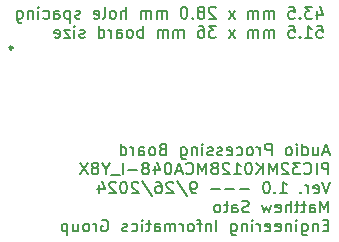
<source format=gbr>
%TF.GenerationSoftware,KiCad,Pcbnew,7.0.6*%
%TF.CreationDate,2024-09-27T11:16:29-07:00*%
%TF.ProjectId,MCU_DSP,4d43555f-4453-4502-9e6b-696361645f70,rev?*%
%TF.SameCoordinates,Original*%
%TF.FileFunction,Legend,Bot*%
%TF.FilePolarity,Positive*%
%FSLAX46Y46*%
G04 Gerber Fmt 4.6, Leading zero omitted, Abs format (unit mm)*
G04 Created by KiCad (PCBNEW 7.0.6) date 2024-09-27 11:16:29*
%MOMM*%
%LPD*%
G01*
G04 APERTURE LIST*
%ADD10C,0.150000*%
%ADD11C,0.254000*%
G04 APERTURE END LIST*
D10*
X219334649Y-138993152D02*
X219334649Y-139659819D01*
X219572744Y-138612200D02*
X219810839Y-139326485D01*
X219810839Y-139326485D02*
X219191792Y-139326485D01*
X218906077Y-138659819D02*
X218287030Y-138659819D01*
X218287030Y-138659819D02*
X218620363Y-139040771D01*
X218620363Y-139040771D02*
X218477506Y-139040771D01*
X218477506Y-139040771D02*
X218382268Y-139088390D01*
X218382268Y-139088390D02*
X218334649Y-139136009D01*
X218334649Y-139136009D02*
X218287030Y-139231247D01*
X218287030Y-139231247D02*
X218287030Y-139469342D01*
X218287030Y-139469342D02*
X218334649Y-139564580D01*
X218334649Y-139564580D02*
X218382268Y-139612200D01*
X218382268Y-139612200D02*
X218477506Y-139659819D01*
X218477506Y-139659819D02*
X218763220Y-139659819D01*
X218763220Y-139659819D02*
X218858458Y-139612200D01*
X218858458Y-139612200D02*
X218906077Y-139564580D01*
X217858458Y-139564580D02*
X217810839Y-139612200D01*
X217810839Y-139612200D02*
X217858458Y-139659819D01*
X217858458Y-139659819D02*
X217906077Y-139612200D01*
X217906077Y-139612200D02*
X217858458Y-139564580D01*
X217858458Y-139564580D02*
X217858458Y-139659819D01*
X216906078Y-138659819D02*
X217382268Y-138659819D01*
X217382268Y-138659819D02*
X217429887Y-139136009D01*
X217429887Y-139136009D02*
X217382268Y-139088390D01*
X217382268Y-139088390D02*
X217287030Y-139040771D01*
X217287030Y-139040771D02*
X217048935Y-139040771D01*
X217048935Y-139040771D02*
X216953697Y-139088390D01*
X216953697Y-139088390D02*
X216906078Y-139136009D01*
X216906078Y-139136009D02*
X216858459Y-139231247D01*
X216858459Y-139231247D02*
X216858459Y-139469342D01*
X216858459Y-139469342D02*
X216906078Y-139564580D01*
X216906078Y-139564580D02*
X216953697Y-139612200D01*
X216953697Y-139612200D02*
X217048935Y-139659819D01*
X217048935Y-139659819D02*
X217287030Y-139659819D01*
X217287030Y-139659819D02*
X217382268Y-139612200D01*
X217382268Y-139612200D02*
X217429887Y-139564580D01*
X215667982Y-139659819D02*
X215667982Y-138993152D01*
X215667982Y-139088390D02*
X215620363Y-139040771D01*
X215620363Y-139040771D02*
X215525125Y-138993152D01*
X215525125Y-138993152D02*
X215382268Y-138993152D01*
X215382268Y-138993152D02*
X215287030Y-139040771D01*
X215287030Y-139040771D02*
X215239411Y-139136009D01*
X215239411Y-139136009D02*
X215239411Y-139659819D01*
X215239411Y-139136009D02*
X215191792Y-139040771D01*
X215191792Y-139040771D02*
X215096554Y-138993152D01*
X215096554Y-138993152D02*
X214953697Y-138993152D01*
X214953697Y-138993152D02*
X214858458Y-139040771D01*
X214858458Y-139040771D02*
X214810839Y-139136009D01*
X214810839Y-139136009D02*
X214810839Y-139659819D01*
X214334649Y-139659819D02*
X214334649Y-138993152D01*
X214334649Y-139088390D02*
X214287030Y-139040771D01*
X214287030Y-139040771D02*
X214191792Y-138993152D01*
X214191792Y-138993152D02*
X214048935Y-138993152D01*
X214048935Y-138993152D02*
X213953697Y-139040771D01*
X213953697Y-139040771D02*
X213906078Y-139136009D01*
X213906078Y-139136009D02*
X213906078Y-139659819D01*
X213906078Y-139136009D02*
X213858459Y-139040771D01*
X213858459Y-139040771D02*
X213763221Y-138993152D01*
X213763221Y-138993152D02*
X213620364Y-138993152D01*
X213620364Y-138993152D02*
X213525125Y-139040771D01*
X213525125Y-139040771D02*
X213477506Y-139136009D01*
X213477506Y-139136009D02*
X213477506Y-139659819D01*
X212334649Y-139659819D02*
X211810840Y-138993152D01*
X212334649Y-138993152D02*
X211810840Y-139659819D01*
X210715601Y-138755057D02*
X210667982Y-138707438D01*
X210667982Y-138707438D02*
X210572744Y-138659819D01*
X210572744Y-138659819D02*
X210334649Y-138659819D01*
X210334649Y-138659819D02*
X210239411Y-138707438D01*
X210239411Y-138707438D02*
X210191792Y-138755057D01*
X210191792Y-138755057D02*
X210144173Y-138850295D01*
X210144173Y-138850295D02*
X210144173Y-138945533D01*
X210144173Y-138945533D02*
X210191792Y-139088390D01*
X210191792Y-139088390D02*
X210763220Y-139659819D01*
X210763220Y-139659819D02*
X210144173Y-139659819D01*
X209572744Y-139088390D02*
X209667982Y-139040771D01*
X209667982Y-139040771D02*
X209715601Y-138993152D01*
X209715601Y-138993152D02*
X209763220Y-138897914D01*
X209763220Y-138897914D02*
X209763220Y-138850295D01*
X209763220Y-138850295D02*
X209715601Y-138755057D01*
X209715601Y-138755057D02*
X209667982Y-138707438D01*
X209667982Y-138707438D02*
X209572744Y-138659819D01*
X209572744Y-138659819D02*
X209382268Y-138659819D01*
X209382268Y-138659819D02*
X209287030Y-138707438D01*
X209287030Y-138707438D02*
X209239411Y-138755057D01*
X209239411Y-138755057D02*
X209191792Y-138850295D01*
X209191792Y-138850295D02*
X209191792Y-138897914D01*
X209191792Y-138897914D02*
X209239411Y-138993152D01*
X209239411Y-138993152D02*
X209287030Y-139040771D01*
X209287030Y-139040771D02*
X209382268Y-139088390D01*
X209382268Y-139088390D02*
X209572744Y-139088390D01*
X209572744Y-139088390D02*
X209667982Y-139136009D01*
X209667982Y-139136009D02*
X209715601Y-139183628D01*
X209715601Y-139183628D02*
X209763220Y-139278866D01*
X209763220Y-139278866D02*
X209763220Y-139469342D01*
X209763220Y-139469342D02*
X209715601Y-139564580D01*
X209715601Y-139564580D02*
X209667982Y-139612200D01*
X209667982Y-139612200D02*
X209572744Y-139659819D01*
X209572744Y-139659819D02*
X209382268Y-139659819D01*
X209382268Y-139659819D02*
X209287030Y-139612200D01*
X209287030Y-139612200D02*
X209239411Y-139564580D01*
X209239411Y-139564580D02*
X209191792Y-139469342D01*
X209191792Y-139469342D02*
X209191792Y-139278866D01*
X209191792Y-139278866D02*
X209239411Y-139183628D01*
X209239411Y-139183628D02*
X209287030Y-139136009D01*
X209287030Y-139136009D02*
X209382268Y-139088390D01*
X208763220Y-139564580D02*
X208715601Y-139612200D01*
X208715601Y-139612200D02*
X208763220Y-139659819D01*
X208763220Y-139659819D02*
X208810839Y-139612200D01*
X208810839Y-139612200D02*
X208763220Y-139564580D01*
X208763220Y-139564580D02*
X208763220Y-139659819D01*
X208096554Y-138659819D02*
X208001316Y-138659819D01*
X208001316Y-138659819D02*
X207906078Y-138707438D01*
X207906078Y-138707438D02*
X207858459Y-138755057D01*
X207858459Y-138755057D02*
X207810840Y-138850295D01*
X207810840Y-138850295D02*
X207763221Y-139040771D01*
X207763221Y-139040771D02*
X207763221Y-139278866D01*
X207763221Y-139278866D02*
X207810840Y-139469342D01*
X207810840Y-139469342D02*
X207858459Y-139564580D01*
X207858459Y-139564580D02*
X207906078Y-139612200D01*
X207906078Y-139612200D02*
X208001316Y-139659819D01*
X208001316Y-139659819D02*
X208096554Y-139659819D01*
X208096554Y-139659819D02*
X208191792Y-139612200D01*
X208191792Y-139612200D02*
X208239411Y-139564580D01*
X208239411Y-139564580D02*
X208287030Y-139469342D01*
X208287030Y-139469342D02*
X208334649Y-139278866D01*
X208334649Y-139278866D02*
X208334649Y-139040771D01*
X208334649Y-139040771D02*
X208287030Y-138850295D01*
X208287030Y-138850295D02*
X208239411Y-138755057D01*
X208239411Y-138755057D02*
X208191792Y-138707438D01*
X208191792Y-138707438D02*
X208096554Y-138659819D01*
X206572744Y-139659819D02*
X206572744Y-138993152D01*
X206572744Y-139088390D02*
X206525125Y-139040771D01*
X206525125Y-139040771D02*
X206429887Y-138993152D01*
X206429887Y-138993152D02*
X206287030Y-138993152D01*
X206287030Y-138993152D02*
X206191792Y-139040771D01*
X206191792Y-139040771D02*
X206144173Y-139136009D01*
X206144173Y-139136009D02*
X206144173Y-139659819D01*
X206144173Y-139136009D02*
X206096554Y-139040771D01*
X206096554Y-139040771D02*
X206001316Y-138993152D01*
X206001316Y-138993152D02*
X205858459Y-138993152D01*
X205858459Y-138993152D02*
X205763220Y-139040771D01*
X205763220Y-139040771D02*
X205715601Y-139136009D01*
X205715601Y-139136009D02*
X205715601Y-139659819D01*
X205239411Y-139659819D02*
X205239411Y-138993152D01*
X205239411Y-139088390D02*
X205191792Y-139040771D01*
X205191792Y-139040771D02*
X205096554Y-138993152D01*
X205096554Y-138993152D02*
X204953697Y-138993152D01*
X204953697Y-138993152D02*
X204858459Y-139040771D01*
X204858459Y-139040771D02*
X204810840Y-139136009D01*
X204810840Y-139136009D02*
X204810840Y-139659819D01*
X204810840Y-139136009D02*
X204763221Y-139040771D01*
X204763221Y-139040771D02*
X204667983Y-138993152D01*
X204667983Y-138993152D02*
X204525126Y-138993152D01*
X204525126Y-138993152D02*
X204429887Y-139040771D01*
X204429887Y-139040771D02*
X204382268Y-139136009D01*
X204382268Y-139136009D02*
X204382268Y-139659819D01*
X203144173Y-139659819D02*
X203144173Y-138659819D01*
X202715602Y-139659819D02*
X202715602Y-139136009D01*
X202715602Y-139136009D02*
X202763221Y-139040771D01*
X202763221Y-139040771D02*
X202858459Y-138993152D01*
X202858459Y-138993152D02*
X203001316Y-138993152D01*
X203001316Y-138993152D02*
X203096554Y-139040771D01*
X203096554Y-139040771D02*
X203144173Y-139088390D01*
X202096554Y-139659819D02*
X202191792Y-139612200D01*
X202191792Y-139612200D02*
X202239411Y-139564580D01*
X202239411Y-139564580D02*
X202287030Y-139469342D01*
X202287030Y-139469342D02*
X202287030Y-139183628D01*
X202287030Y-139183628D02*
X202239411Y-139088390D01*
X202239411Y-139088390D02*
X202191792Y-139040771D01*
X202191792Y-139040771D02*
X202096554Y-138993152D01*
X202096554Y-138993152D02*
X201953697Y-138993152D01*
X201953697Y-138993152D02*
X201858459Y-139040771D01*
X201858459Y-139040771D02*
X201810840Y-139088390D01*
X201810840Y-139088390D02*
X201763221Y-139183628D01*
X201763221Y-139183628D02*
X201763221Y-139469342D01*
X201763221Y-139469342D02*
X201810840Y-139564580D01*
X201810840Y-139564580D02*
X201858459Y-139612200D01*
X201858459Y-139612200D02*
X201953697Y-139659819D01*
X201953697Y-139659819D02*
X202096554Y-139659819D01*
X201191792Y-139659819D02*
X201287030Y-139612200D01*
X201287030Y-139612200D02*
X201334649Y-139516961D01*
X201334649Y-139516961D02*
X201334649Y-138659819D01*
X200429887Y-139612200D02*
X200525125Y-139659819D01*
X200525125Y-139659819D02*
X200715601Y-139659819D01*
X200715601Y-139659819D02*
X200810839Y-139612200D01*
X200810839Y-139612200D02*
X200858458Y-139516961D01*
X200858458Y-139516961D02*
X200858458Y-139136009D01*
X200858458Y-139136009D02*
X200810839Y-139040771D01*
X200810839Y-139040771D02*
X200715601Y-138993152D01*
X200715601Y-138993152D02*
X200525125Y-138993152D01*
X200525125Y-138993152D02*
X200429887Y-139040771D01*
X200429887Y-139040771D02*
X200382268Y-139136009D01*
X200382268Y-139136009D02*
X200382268Y-139231247D01*
X200382268Y-139231247D02*
X200858458Y-139326485D01*
X199239410Y-139612200D02*
X199144172Y-139659819D01*
X199144172Y-139659819D02*
X198953696Y-139659819D01*
X198953696Y-139659819D02*
X198858458Y-139612200D01*
X198858458Y-139612200D02*
X198810839Y-139516961D01*
X198810839Y-139516961D02*
X198810839Y-139469342D01*
X198810839Y-139469342D02*
X198858458Y-139374104D01*
X198858458Y-139374104D02*
X198953696Y-139326485D01*
X198953696Y-139326485D02*
X199096553Y-139326485D01*
X199096553Y-139326485D02*
X199191791Y-139278866D01*
X199191791Y-139278866D02*
X199239410Y-139183628D01*
X199239410Y-139183628D02*
X199239410Y-139136009D01*
X199239410Y-139136009D02*
X199191791Y-139040771D01*
X199191791Y-139040771D02*
X199096553Y-138993152D01*
X199096553Y-138993152D02*
X198953696Y-138993152D01*
X198953696Y-138993152D02*
X198858458Y-139040771D01*
X198382267Y-138993152D02*
X198382267Y-139993152D01*
X198382267Y-139040771D02*
X198287029Y-138993152D01*
X198287029Y-138993152D02*
X198096553Y-138993152D01*
X198096553Y-138993152D02*
X198001315Y-139040771D01*
X198001315Y-139040771D02*
X197953696Y-139088390D01*
X197953696Y-139088390D02*
X197906077Y-139183628D01*
X197906077Y-139183628D02*
X197906077Y-139469342D01*
X197906077Y-139469342D02*
X197953696Y-139564580D01*
X197953696Y-139564580D02*
X198001315Y-139612200D01*
X198001315Y-139612200D02*
X198096553Y-139659819D01*
X198096553Y-139659819D02*
X198287029Y-139659819D01*
X198287029Y-139659819D02*
X198382267Y-139612200D01*
X197048934Y-139659819D02*
X197048934Y-139136009D01*
X197048934Y-139136009D02*
X197096553Y-139040771D01*
X197096553Y-139040771D02*
X197191791Y-138993152D01*
X197191791Y-138993152D02*
X197382267Y-138993152D01*
X197382267Y-138993152D02*
X197477505Y-139040771D01*
X197048934Y-139612200D02*
X197144172Y-139659819D01*
X197144172Y-139659819D02*
X197382267Y-139659819D01*
X197382267Y-139659819D02*
X197477505Y-139612200D01*
X197477505Y-139612200D02*
X197525124Y-139516961D01*
X197525124Y-139516961D02*
X197525124Y-139421723D01*
X197525124Y-139421723D02*
X197477505Y-139326485D01*
X197477505Y-139326485D02*
X197382267Y-139278866D01*
X197382267Y-139278866D02*
X197144172Y-139278866D01*
X197144172Y-139278866D02*
X197048934Y-139231247D01*
X196144172Y-139612200D02*
X196239410Y-139659819D01*
X196239410Y-139659819D02*
X196429886Y-139659819D01*
X196429886Y-139659819D02*
X196525124Y-139612200D01*
X196525124Y-139612200D02*
X196572743Y-139564580D01*
X196572743Y-139564580D02*
X196620362Y-139469342D01*
X196620362Y-139469342D02*
X196620362Y-139183628D01*
X196620362Y-139183628D02*
X196572743Y-139088390D01*
X196572743Y-139088390D02*
X196525124Y-139040771D01*
X196525124Y-139040771D02*
X196429886Y-138993152D01*
X196429886Y-138993152D02*
X196239410Y-138993152D01*
X196239410Y-138993152D02*
X196144172Y-139040771D01*
X195715600Y-139659819D02*
X195715600Y-138993152D01*
X195715600Y-138659819D02*
X195763219Y-138707438D01*
X195763219Y-138707438D02*
X195715600Y-138755057D01*
X195715600Y-138755057D02*
X195667981Y-138707438D01*
X195667981Y-138707438D02*
X195715600Y-138659819D01*
X195715600Y-138659819D02*
X195715600Y-138755057D01*
X195239410Y-138993152D02*
X195239410Y-139659819D01*
X195239410Y-139088390D02*
X195191791Y-139040771D01*
X195191791Y-139040771D02*
X195096553Y-138993152D01*
X195096553Y-138993152D02*
X194953696Y-138993152D01*
X194953696Y-138993152D02*
X194858458Y-139040771D01*
X194858458Y-139040771D02*
X194810839Y-139136009D01*
X194810839Y-139136009D02*
X194810839Y-139659819D01*
X193906077Y-138993152D02*
X193906077Y-139802676D01*
X193906077Y-139802676D02*
X193953696Y-139897914D01*
X193953696Y-139897914D02*
X194001315Y-139945533D01*
X194001315Y-139945533D02*
X194096553Y-139993152D01*
X194096553Y-139993152D02*
X194239410Y-139993152D01*
X194239410Y-139993152D02*
X194334648Y-139945533D01*
X193906077Y-139612200D02*
X194001315Y-139659819D01*
X194001315Y-139659819D02*
X194191791Y-139659819D01*
X194191791Y-139659819D02*
X194287029Y-139612200D01*
X194287029Y-139612200D02*
X194334648Y-139564580D01*
X194334648Y-139564580D02*
X194382267Y-139469342D01*
X194382267Y-139469342D02*
X194382267Y-139183628D01*
X194382267Y-139183628D02*
X194334648Y-139088390D01*
X194334648Y-139088390D02*
X194287029Y-139040771D01*
X194287029Y-139040771D02*
X194191791Y-138993152D01*
X194191791Y-138993152D02*
X194001315Y-138993152D01*
X194001315Y-138993152D02*
X193906077Y-139040771D01*
X219287030Y-140269819D02*
X219763220Y-140269819D01*
X219763220Y-140269819D02*
X219810839Y-140746009D01*
X219810839Y-140746009D02*
X219763220Y-140698390D01*
X219763220Y-140698390D02*
X219667982Y-140650771D01*
X219667982Y-140650771D02*
X219429887Y-140650771D01*
X219429887Y-140650771D02*
X219334649Y-140698390D01*
X219334649Y-140698390D02*
X219287030Y-140746009D01*
X219287030Y-140746009D02*
X219239411Y-140841247D01*
X219239411Y-140841247D02*
X219239411Y-141079342D01*
X219239411Y-141079342D02*
X219287030Y-141174580D01*
X219287030Y-141174580D02*
X219334649Y-141222200D01*
X219334649Y-141222200D02*
X219429887Y-141269819D01*
X219429887Y-141269819D02*
X219667982Y-141269819D01*
X219667982Y-141269819D02*
X219763220Y-141222200D01*
X219763220Y-141222200D02*
X219810839Y-141174580D01*
X218287030Y-141269819D02*
X218858458Y-141269819D01*
X218572744Y-141269819D02*
X218572744Y-140269819D01*
X218572744Y-140269819D02*
X218667982Y-140412676D01*
X218667982Y-140412676D02*
X218763220Y-140507914D01*
X218763220Y-140507914D02*
X218858458Y-140555533D01*
X217858458Y-141174580D02*
X217810839Y-141222200D01*
X217810839Y-141222200D02*
X217858458Y-141269819D01*
X217858458Y-141269819D02*
X217906077Y-141222200D01*
X217906077Y-141222200D02*
X217858458Y-141174580D01*
X217858458Y-141174580D02*
X217858458Y-141269819D01*
X216906078Y-140269819D02*
X217382268Y-140269819D01*
X217382268Y-140269819D02*
X217429887Y-140746009D01*
X217429887Y-140746009D02*
X217382268Y-140698390D01*
X217382268Y-140698390D02*
X217287030Y-140650771D01*
X217287030Y-140650771D02*
X217048935Y-140650771D01*
X217048935Y-140650771D02*
X216953697Y-140698390D01*
X216953697Y-140698390D02*
X216906078Y-140746009D01*
X216906078Y-140746009D02*
X216858459Y-140841247D01*
X216858459Y-140841247D02*
X216858459Y-141079342D01*
X216858459Y-141079342D02*
X216906078Y-141174580D01*
X216906078Y-141174580D02*
X216953697Y-141222200D01*
X216953697Y-141222200D02*
X217048935Y-141269819D01*
X217048935Y-141269819D02*
X217287030Y-141269819D01*
X217287030Y-141269819D02*
X217382268Y-141222200D01*
X217382268Y-141222200D02*
X217429887Y-141174580D01*
X215667982Y-141269819D02*
X215667982Y-140603152D01*
X215667982Y-140698390D02*
X215620363Y-140650771D01*
X215620363Y-140650771D02*
X215525125Y-140603152D01*
X215525125Y-140603152D02*
X215382268Y-140603152D01*
X215382268Y-140603152D02*
X215287030Y-140650771D01*
X215287030Y-140650771D02*
X215239411Y-140746009D01*
X215239411Y-140746009D02*
X215239411Y-141269819D01*
X215239411Y-140746009D02*
X215191792Y-140650771D01*
X215191792Y-140650771D02*
X215096554Y-140603152D01*
X215096554Y-140603152D02*
X214953697Y-140603152D01*
X214953697Y-140603152D02*
X214858458Y-140650771D01*
X214858458Y-140650771D02*
X214810839Y-140746009D01*
X214810839Y-140746009D02*
X214810839Y-141269819D01*
X214334649Y-141269819D02*
X214334649Y-140603152D01*
X214334649Y-140698390D02*
X214287030Y-140650771D01*
X214287030Y-140650771D02*
X214191792Y-140603152D01*
X214191792Y-140603152D02*
X214048935Y-140603152D01*
X214048935Y-140603152D02*
X213953697Y-140650771D01*
X213953697Y-140650771D02*
X213906078Y-140746009D01*
X213906078Y-140746009D02*
X213906078Y-141269819D01*
X213906078Y-140746009D02*
X213858459Y-140650771D01*
X213858459Y-140650771D02*
X213763221Y-140603152D01*
X213763221Y-140603152D02*
X213620364Y-140603152D01*
X213620364Y-140603152D02*
X213525125Y-140650771D01*
X213525125Y-140650771D02*
X213477506Y-140746009D01*
X213477506Y-140746009D02*
X213477506Y-141269819D01*
X212334649Y-141269819D02*
X211810840Y-140603152D01*
X212334649Y-140603152D02*
X211810840Y-141269819D01*
X210763220Y-140269819D02*
X210144173Y-140269819D01*
X210144173Y-140269819D02*
X210477506Y-140650771D01*
X210477506Y-140650771D02*
X210334649Y-140650771D01*
X210334649Y-140650771D02*
X210239411Y-140698390D01*
X210239411Y-140698390D02*
X210191792Y-140746009D01*
X210191792Y-140746009D02*
X210144173Y-140841247D01*
X210144173Y-140841247D02*
X210144173Y-141079342D01*
X210144173Y-141079342D02*
X210191792Y-141174580D01*
X210191792Y-141174580D02*
X210239411Y-141222200D01*
X210239411Y-141222200D02*
X210334649Y-141269819D01*
X210334649Y-141269819D02*
X210620363Y-141269819D01*
X210620363Y-141269819D02*
X210715601Y-141222200D01*
X210715601Y-141222200D02*
X210763220Y-141174580D01*
X209287030Y-140269819D02*
X209477506Y-140269819D01*
X209477506Y-140269819D02*
X209572744Y-140317438D01*
X209572744Y-140317438D02*
X209620363Y-140365057D01*
X209620363Y-140365057D02*
X209715601Y-140507914D01*
X209715601Y-140507914D02*
X209763220Y-140698390D01*
X209763220Y-140698390D02*
X209763220Y-141079342D01*
X209763220Y-141079342D02*
X209715601Y-141174580D01*
X209715601Y-141174580D02*
X209667982Y-141222200D01*
X209667982Y-141222200D02*
X209572744Y-141269819D01*
X209572744Y-141269819D02*
X209382268Y-141269819D01*
X209382268Y-141269819D02*
X209287030Y-141222200D01*
X209287030Y-141222200D02*
X209239411Y-141174580D01*
X209239411Y-141174580D02*
X209191792Y-141079342D01*
X209191792Y-141079342D02*
X209191792Y-140841247D01*
X209191792Y-140841247D02*
X209239411Y-140746009D01*
X209239411Y-140746009D02*
X209287030Y-140698390D01*
X209287030Y-140698390D02*
X209382268Y-140650771D01*
X209382268Y-140650771D02*
X209572744Y-140650771D01*
X209572744Y-140650771D02*
X209667982Y-140698390D01*
X209667982Y-140698390D02*
X209715601Y-140746009D01*
X209715601Y-140746009D02*
X209763220Y-140841247D01*
X208001315Y-141269819D02*
X208001315Y-140603152D01*
X208001315Y-140698390D02*
X207953696Y-140650771D01*
X207953696Y-140650771D02*
X207858458Y-140603152D01*
X207858458Y-140603152D02*
X207715601Y-140603152D01*
X207715601Y-140603152D02*
X207620363Y-140650771D01*
X207620363Y-140650771D02*
X207572744Y-140746009D01*
X207572744Y-140746009D02*
X207572744Y-141269819D01*
X207572744Y-140746009D02*
X207525125Y-140650771D01*
X207525125Y-140650771D02*
X207429887Y-140603152D01*
X207429887Y-140603152D02*
X207287030Y-140603152D01*
X207287030Y-140603152D02*
X207191791Y-140650771D01*
X207191791Y-140650771D02*
X207144172Y-140746009D01*
X207144172Y-140746009D02*
X207144172Y-141269819D01*
X206667982Y-141269819D02*
X206667982Y-140603152D01*
X206667982Y-140698390D02*
X206620363Y-140650771D01*
X206620363Y-140650771D02*
X206525125Y-140603152D01*
X206525125Y-140603152D02*
X206382268Y-140603152D01*
X206382268Y-140603152D02*
X206287030Y-140650771D01*
X206287030Y-140650771D02*
X206239411Y-140746009D01*
X206239411Y-140746009D02*
X206239411Y-141269819D01*
X206239411Y-140746009D02*
X206191792Y-140650771D01*
X206191792Y-140650771D02*
X206096554Y-140603152D01*
X206096554Y-140603152D02*
X205953697Y-140603152D01*
X205953697Y-140603152D02*
X205858458Y-140650771D01*
X205858458Y-140650771D02*
X205810839Y-140746009D01*
X205810839Y-140746009D02*
X205810839Y-141269819D01*
X204572744Y-141269819D02*
X204572744Y-140269819D01*
X204572744Y-140650771D02*
X204477506Y-140603152D01*
X204477506Y-140603152D02*
X204287030Y-140603152D01*
X204287030Y-140603152D02*
X204191792Y-140650771D01*
X204191792Y-140650771D02*
X204144173Y-140698390D01*
X204144173Y-140698390D02*
X204096554Y-140793628D01*
X204096554Y-140793628D02*
X204096554Y-141079342D01*
X204096554Y-141079342D02*
X204144173Y-141174580D01*
X204144173Y-141174580D02*
X204191792Y-141222200D01*
X204191792Y-141222200D02*
X204287030Y-141269819D01*
X204287030Y-141269819D02*
X204477506Y-141269819D01*
X204477506Y-141269819D02*
X204572744Y-141222200D01*
X203525125Y-141269819D02*
X203620363Y-141222200D01*
X203620363Y-141222200D02*
X203667982Y-141174580D01*
X203667982Y-141174580D02*
X203715601Y-141079342D01*
X203715601Y-141079342D02*
X203715601Y-140793628D01*
X203715601Y-140793628D02*
X203667982Y-140698390D01*
X203667982Y-140698390D02*
X203620363Y-140650771D01*
X203620363Y-140650771D02*
X203525125Y-140603152D01*
X203525125Y-140603152D02*
X203382268Y-140603152D01*
X203382268Y-140603152D02*
X203287030Y-140650771D01*
X203287030Y-140650771D02*
X203239411Y-140698390D01*
X203239411Y-140698390D02*
X203191792Y-140793628D01*
X203191792Y-140793628D02*
X203191792Y-141079342D01*
X203191792Y-141079342D02*
X203239411Y-141174580D01*
X203239411Y-141174580D02*
X203287030Y-141222200D01*
X203287030Y-141222200D02*
X203382268Y-141269819D01*
X203382268Y-141269819D02*
X203525125Y-141269819D01*
X202334649Y-141269819D02*
X202334649Y-140746009D01*
X202334649Y-140746009D02*
X202382268Y-140650771D01*
X202382268Y-140650771D02*
X202477506Y-140603152D01*
X202477506Y-140603152D02*
X202667982Y-140603152D01*
X202667982Y-140603152D02*
X202763220Y-140650771D01*
X202334649Y-141222200D02*
X202429887Y-141269819D01*
X202429887Y-141269819D02*
X202667982Y-141269819D01*
X202667982Y-141269819D02*
X202763220Y-141222200D01*
X202763220Y-141222200D02*
X202810839Y-141126961D01*
X202810839Y-141126961D02*
X202810839Y-141031723D01*
X202810839Y-141031723D02*
X202763220Y-140936485D01*
X202763220Y-140936485D02*
X202667982Y-140888866D01*
X202667982Y-140888866D02*
X202429887Y-140888866D01*
X202429887Y-140888866D02*
X202334649Y-140841247D01*
X201858458Y-141269819D02*
X201858458Y-140603152D01*
X201858458Y-140793628D02*
X201810839Y-140698390D01*
X201810839Y-140698390D02*
X201763220Y-140650771D01*
X201763220Y-140650771D02*
X201667982Y-140603152D01*
X201667982Y-140603152D02*
X201572744Y-140603152D01*
X200810839Y-141269819D02*
X200810839Y-140269819D01*
X200810839Y-141222200D02*
X200906077Y-141269819D01*
X200906077Y-141269819D02*
X201096553Y-141269819D01*
X201096553Y-141269819D02*
X201191791Y-141222200D01*
X201191791Y-141222200D02*
X201239410Y-141174580D01*
X201239410Y-141174580D02*
X201287029Y-141079342D01*
X201287029Y-141079342D02*
X201287029Y-140793628D01*
X201287029Y-140793628D02*
X201239410Y-140698390D01*
X201239410Y-140698390D02*
X201191791Y-140650771D01*
X201191791Y-140650771D02*
X201096553Y-140603152D01*
X201096553Y-140603152D02*
X200906077Y-140603152D01*
X200906077Y-140603152D02*
X200810839Y-140650771D01*
X199620362Y-141222200D02*
X199525124Y-141269819D01*
X199525124Y-141269819D02*
X199334648Y-141269819D01*
X199334648Y-141269819D02*
X199239410Y-141222200D01*
X199239410Y-141222200D02*
X199191791Y-141126961D01*
X199191791Y-141126961D02*
X199191791Y-141079342D01*
X199191791Y-141079342D02*
X199239410Y-140984104D01*
X199239410Y-140984104D02*
X199334648Y-140936485D01*
X199334648Y-140936485D02*
X199477505Y-140936485D01*
X199477505Y-140936485D02*
X199572743Y-140888866D01*
X199572743Y-140888866D02*
X199620362Y-140793628D01*
X199620362Y-140793628D02*
X199620362Y-140746009D01*
X199620362Y-140746009D02*
X199572743Y-140650771D01*
X199572743Y-140650771D02*
X199477505Y-140603152D01*
X199477505Y-140603152D02*
X199334648Y-140603152D01*
X199334648Y-140603152D02*
X199239410Y-140650771D01*
X198763219Y-141269819D02*
X198763219Y-140603152D01*
X198763219Y-140269819D02*
X198810838Y-140317438D01*
X198810838Y-140317438D02*
X198763219Y-140365057D01*
X198763219Y-140365057D02*
X198715600Y-140317438D01*
X198715600Y-140317438D02*
X198763219Y-140269819D01*
X198763219Y-140269819D02*
X198763219Y-140365057D01*
X198382267Y-140603152D02*
X197858458Y-140603152D01*
X197858458Y-140603152D02*
X198382267Y-141269819D01*
X198382267Y-141269819D02*
X197858458Y-141269819D01*
X197096553Y-141222200D02*
X197191791Y-141269819D01*
X197191791Y-141269819D02*
X197382267Y-141269819D01*
X197382267Y-141269819D02*
X197477505Y-141222200D01*
X197477505Y-141222200D02*
X197525124Y-141126961D01*
X197525124Y-141126961D02*
X197525124Y-140746009D01*
X197525124Y-140746009D02*
X197477505Y-140650771D01*
X197477505Y-140650771D02*
X197382267Y-140603152D01*
X197382267Y-140603152D02*
X197191791Y-140603152D01*
X197191791Y-140603152D02*
X197096553Y-140650771D01*
X197096553Y-140650771D02*
X197048934Y-140746009D01*
X197048934Y-140746009D02*
X197048934Y-140841247D01*
X197048934Y-140841247D02*
X197525124Y-140936485D01*
X220310839Y-150944104D02*
X219834649Y-150944104D01*
X220406077Y-151229819D02*
X220072744Y-150229819D01*
X220072744Y-150229819D02*
X219739411Y-151229819D01*
X218977506Y-150563152D02*
X218977506Y-151229819D01*
X219406077Y-150563152D02*
X219406077Y-151086961D01*
X219406077Y-151086961D02*
X219358458Y-151182200D01*
X219358458Y-151182200D02*
X219263220Y-151229819D01*
X219263220Y-151229819D02*
X219120363Y-151229819D01*
X219120363Y-151229819D02*
X219025125Y-151182200D01*
X219025125Y-151182200D02*
X218977506Y-151134580D01*
X218072744Y-151229819D02*
X218072744Y-150229819D01*
X218072744Y-151182200D02*
X218167982Y-151229819D01*
X218167982Y-151229819D02*
X218358458Y-151229819D01*
X218358458Y-151229819D02*
X218453696Y-151182200D01*
X218453696Y-151182200D02*
X218501315Y-151134580D01*
X218501315Y-151134580D02*
X218548934Y-151039342D01*
X218548934Y-151039342D02*
X218548934Y-150753628D01*
X218548934Y-150753628D02*
X218501315Y-150658390D01*
X218501315Y-150658390D02*
X218453696Y-150610771D01*
X218453696Y-150610771D02*
X218358458Y-150563152D01*
X218358458Y-150563152D02*
X218167982Y-150563152D01*
X218167982Y-150563152D02*
X218072744Y-150610771D01*
X217596553Y-151229819D02*
X217596553Y-150563152D01*
X217596553Y-150229819D02*
X217644172Y-150277438D01*
X217644172Y-150277438D02*
X217596553Y-150325057D01*
X217596553Y-150325057D02*
X217548934Y-150277438D01*
X217548934Y-150277438D02*
X217596553Y-150229819D01*
X217596553Y-150229819D02*
X217596553Y-150325057D01*
X216977506Y-151229819D02*
X217072744Y-151182200D01*
X217072744Y-151182200D02*
X217120363Y-151134580D01*
X217120363Y-151134580D02*
X217167982Y-151039342D01*
X217167982Y-151039342D02*
X217167982Y-150753628D01*
X217167982Y-150753628D02*
X217120363Y-150658390D01*
X217120363Y-150658390D02*
X217072744Y-150610771D01*
X217072744Y-150610771D02*
X216977506Y-150563152D01*
X216977506Y-150563152D02*
X216834649Y-150563152D01*
X216834649Y-150563152D02*
X216739411Y-150610771D01*
X216739411Y-150610771D02*
X216691792Y-150658390D01*
X216691792Y-150658390D02*
X216644173Y-150753628D01*
X216644173Y-150753628D02*
X216644173Y-151039342D01*
X216644173Y-151039342D02*
X216691792Y-151134580D01*
X216691792Y-151134580D02*
X216739411Y-151182200D01*
X216739411Y-151182200D02*
X216834649Y-151229819D01*
X216834649Y-151229819D02*
X216977506Y-151229819D01*
X215453696Y-151229819D02*
X215453696Y-150229819D01*
X215453696Y-150229819D02*
X215072744Y-150229819D01*
X215072744Y-150229819D02*
X214977506Y-150277438D01*
X214977506Y-150277438D02*
X214929887Y-150325057D01*
X214929887Y-150325057D02*
X214882268Y-150420295D01*
X214882268Y-150420295D02*
X214882268Y-150563152D01*
X214882268Y-150563152D02*
X214929887Y-150658390D01*
X214929887Y-150658390D02*
X214977506Y-150706009D01*
X214977506Y-150706009D02*
X215072744Y-150753628D01*
X215072744Y-150753628D02*
X215453696Y-150753628D01*
X214453696Y-151229819D02*
X214453696Y-150563152D01*
X214453696Y-150753628D02*
X214406077Y-150658390D01*
X214406077Y-150658390D02*
X214358458Y-150610771D01*
X214358458Y-150610771D02*
X214263220Y-150563152D01*
X214263220Y-150563152D02*
X214167982Y-150563152D01*
X213691791Y-151229819D02*
X213787029Y-151182200D01*
X213787029Y-151182200D02*
X213834648Y-151134580D01*
X213834648Y-151134580D02*
X213882267Y-151039342D01*
X213882267Y-151039342D02*
X213882267Y-150753628D01*
X213882267Y-150753628D02*
X213834648Y-150658390D01*
X213834648Y-150658390D02*
X213787029Y-150610771D01*
X213787029Y-150610771D02*
X213691791Y-150563152D01*
X213691791Y-150563152D02*
X213548934Y-150563152D01*
X213548934Y-150563152D02*
X213453696Y-150610771D01*
X213453696Y-150610771D02*
X213406077Y-150658390D01*
X213406077Y-150658390D02*
X213358458Y-150753628D01*
X213358458Y-150753628D02*
X213358458Y-151039342D01*
X213358458Y-151039342D02*
X213406077Y-151134580D01*
X213406077Y-151134580D02*
X213453696Y-151182200D01*
X213453696Y-151182200D02*
X213548934Y-151229819D01*
X213548934Y-151229819D02*
X213691791Y-151229819D01*
X212501315Y-151182200D02*
X212596553Y-151229819D01*
X212596553Y-151229819D02*
X212787029Y-151229819D01*
X212787029Y-151229819D02*
X212882267Y-151182200D01*
X212882267Y-151182200D02*
X212929886Y-151134580D01*
X212929886Y-151134580D02*
X212977505Y-151039342D01*
X212977505Y-151039342D02*
X212977505Y-150753628D01*
X212977505Y-150753628D02*
X212929886Y-150658390D01*
X212929886Y-150658390D02*
X212882267Y-150610771D01*
X212882267Y-150610771D02*
X212787029Y-150563152D01*
X212787029Y-150563152D02*
X212596553Y-150563152D01*
X212596553Y-150563152D02*
X212501315Y-150610771D01*
X211691791Y-151182200D02*
X211787029Y-151229819D01*
X211787029Y-151229819D02*
X211977505Y-151229819D01*
X211977505Y-151229819D02*
X212072743Y-151182200D01*
X212072743Y-151182200D02*
X212120362Y-151086961D01*
X212120362Y-151086961D02*
X212120362Y-150706009D01*
X212120362Y-150706009D02*
X212072743Y-150610771D01*
X212072743Y-150610771D02*
X211977505Y-150563152D01*
X211977505Y-150563152D02*
X211787029Y-150563152D01*
X211787029Y-150563152D02*
X211691791Y-150610771D01*
X211691791Y-150610771D02*
X211644172Y-150706009D01*
X211644172Y-150706009D02*
X211644172Y-150801247D01*
X211644172Y-150801247D02*
X212120362Y-150896485D01*
X211263219Y-151182200D02*
X211167981Y-151229819D01*
X211167981Y-151229819D02*
X210977505Y-151229819D01*
X210977505Y-151229819D02*
X210882267Y-151182200D01*
X210882267Y-151182200D02*
X210834648Y-151086961D01*
X210834648Y-151086961D02*
X210834648Y-151039342D01*
X210834648Y-151039342D02*
X210882267Y-150944104D01*
X210882267Y-150944104D02*
X210977505Y-150896485D01*
X210977505Y-150896485D02*
X211120362Y-150896485D01*
X211120362Y-150896485D02*
X211215600Y-150848866D01*
X211215600Y-150848866D02*
X211263219Y-150753628D01*
X211263219Y-150753628D02*
X211263219Y-150706009D01*
X211263219Y-150706009D02*
X211215600Y-150610771D01*
X211215600Y-150610771D02*
X211120362Y-150563152D01*
X211120362Y-150563152D02*
X210977505Y-150563152D01*
X210977505Y-150563152D02*
X210882267Y-150610771D01*
X210453695Y-151182200D02*
X210358457Y-151229819D01*
X210358457Y-151229819D02*
X210167981Y-151229819D01*
X210167981Y-151229819D02*
X210072743Y-151182200D01*
X210072743Y-151182200D02*
X210025124Y-151086961D01*
X210025124Y-151086961D02*
X210025124Y-151039342D01*
X210025124Y-151039342D02*
X210072743Y-150944104D01*
X210072743Y-150944104D02*
X210167981Y-150896485D01*
X210167981Y-150896485D02*
X210310838Y-150896485D01*
X210310838Y-150896485D02*
X210406076Y-150848866D01*
X210406076Y-150848866D02*
X210453695Y-150753628D01*
X210453695Y-150753628D02*
X210453695Y-150706009D01*
X210453695Y-150706009D02*
X210406076Y-150610771D01*
X210406076Y-150610771D02*
X210310838Y-150563152D01*
X210310838Y-150563152D02*
X210167981Y-150563152D01*
X210167981Y-150563152D02*
X210072743Y-150610771D01*
X209596552Y-151229819D02*
X209596552Y-150563152D01*
X209596552Y-150229819D02*
X209644171Y-150277438D01*
X209644171Y-150277438D02*
X209596552Y-150325057D01*
X209596552Y-150325057D02*
X209548933Y-150277438D01*
X209548933Y-150277438D02*
X209596552Y-150229819D01*
X209596552Y-150229819D02*
X209596552Y-150325057D01*
X209120362Y-150563152D02*
X209120362Y-151229819D01*
X209120362Y-150658390D02*
X209072743Y-150610771D01*
X209072743Y-150610771D02*
X208977505Y-150563152D01*
X208977505Y-150563152D02*
X208834648Y-150563152D01*
X208834648Y-150563152D02*
X208739410Y-150610771D01*
X208739410Y-150610771D02*
X208691791Y-150706009D01*
X208691791Y-150706009D02*
X208691791Y-151229819D01*
X207787029Y-150563152D02*
X207787029Y-151372676D01*
X207787029Y-151372676D02*
X207834648Y-151467914D01*
X207834648Y-151467914D02*
X207882267Y-151515533D01*
X207882267Y-151515533D02*
X207977505Y-151563152D01*
X207977505Y-151563152D02*
X208120362Y-151563152D01*
X208120362Y-151563152D02*
X208215600Y-151515533D01*
X207787029Y-151182200D02*
X207882267Y-151229819D01*
X207882267Y-151229819D02*
X208072743Y-151229819D01*
X208072743Y-151229819D02*
X208167981Y-151182200D01*
X208167981Y-151182200D02*
X208215600Y-151134580D01*
X208215600Y-151134580D02*
X208263219Y-151039342D01*
X208263219Y-151039342D02*
X208263219Y-150753628D01*
X208263219Y-150753628D02*
X208215600Y-150658390D01*
X208215600Y-150658390D02*
X208167981Y-150610771D01*
X208167981Y-150610771D02*
X208072743Y-150563152D01*
X208072743Y-150563152D02*
X207882267Y-150563152D01*
X207882267Y-150563152D02*
X207787029Y-150610771D01*
X206215600Y-150706009D02*
X206072743Y-150753628D01*
X206072743Y-150753628D02*
X206025124Y-150801247D01*
X206025124Y-150801247D02*
X205977505Y-150896485D01*
X205977505Y-150896485D02*
X205977505Y-151039342D01*
X205977505Y-151039342D02*
X206025124Y-151134580D01*
X206025124Y-151134580D02*
X206072743Y-151182200D01*
X206072743Y-151182200D02*
X206167981Y-151229819D01*
X206167981Y-151229819D02*
X206548933Y-151229819D01*
X206548933Y-151229819D02*
X206548933Y-150229819D01*
X206548933Y-150229819D02*
X206215600Y-150229819D01*
X206215600Y-150229819D02*
X206120362Y-150277438D01*
X206120362Y-150277438D02*
X206072743Y-150325057D01*
X206072743Y-150325057D02*
X206025124Y-150420295D01*
X206025124Y-150420295D02*
X206025124Y-150515533D01*
X206025124Y-150515533D02*
X206072743Y-150610771D01*
X206072743Y-150610771D02*
X206120362Y-150658390D01*
X206120362Y-150658390D02*
X206215600Y-150706009D01*
X206215600Y-150706009D02*
X206548933Y-150706009D01*
X205406076Y-151229819D02*
X205501314Y-151182200D01*
X205501314Y-151182200D02*
X205548933Y-151134580D01*
X205548933Y-151134580D02*
X205596552Y-151039342D01*
X205596552Y-151039342D02*
X205596552Y-150753628D01*
X205596552Y-150753628D02*
X205548933Y-150658390D01*
X205548933Y-150658390D02*
X205501314Y-150610771D01*
X205501314Y-150610771D02*
X205406076Y-150563152D01*
X205406076Y-150563152D02*
X205263219Y-150563152D01*
X205263219Y-150563152D02*
X205167981Y-150610771D01*
X205167981Y-150610771D02*
X205120362Y-150658390D01*
X205120362Y-150658390D02*
X205072743Y-150753628D01*
X205072743Y-150753628D02*
X205072743Y-151039342D01*
X205072743Y-151039342D02*
X205120362Y-151134580D01*
X205120362Y-151134580D02*
X205167981Y-151182200D01*
X205167981Y-151182200D02*
X205263219Y-151229819D01*
X205263219Y-151229819D02*
X205406076Y-151229819D01*
X204215600Y-151229819D02*
X204215600Y-150706009D01*
X204215600Y-150706009D02*
X204263219Y-150610771D01*
X204263219Y-150610771D02*
X204358457Y-150563152D01*
X204358457Y-150563152D02*
X204548933Y-150563152D01*
X204548933Y-150563152D02*
X204644171Y-150610771D01*
X204215600Y-151182200D02*
X204310838Y-151229819D01*
X204310838Y-151229819D02*
X204548933Y-151229819D01*
X204548933Y-151229819D02*
X204644171Y-151182200D01*
X204644171Y-151182200D02*
X204691790Y-151086961D01*
X204691790Y-151086961D02*
X204691790Y-150991723D01*
X204691790Y-150991723D02*
X204644171Y-150896485D01*
X204644171Y-150896485D02*
X204548933Y-150848866D01*
X204548933Y-150848866D02*
X204310838Y-150848866D01*
X204310838Y-150848866D02*
X204215600Y-150801247D01*
X203739409Y-151229819D02*
X203739409Y-150563152D01*
X203739409Y-150753628D02*
X203691790Y-150658390D01*
X203691790Y-150658390D02*
X203644171Y-150610771D01*
X203644171Y-150610771D02*
X203548933Y-150563152D01*
X203548933Y-150563152D02*
X203453695Y-150563152D01*
X202691790Y-151229819D02*
X202691790Y-150229819D01*
X202691790Y-151182200D02*
X202787028Y-151229819D01*
X202787028Y-151229819D02*
X202977504Y-151229819D01*
X202977504Y-151229819D02*
X203072742Y-151182200D01*
X203072742Y-151182200D02*
X203120361Y-151134580D01*
X203120361Y-151134580D02*
X203167980Y-151039342D01*
X203167980Y-151039342D02*
X203167980Y-150753628D01*
X203167980Y-150753628D02*
X203120361Y-150658390D01*
X203120361Y-150658390D02*
X203072742Y-150610771D01*
X203072742Y-150610771D02*
X202977504Y-150563152D01*
X202977504Y-150563152D02*
X202787028Y-150563152D01*
X202787028Y-150563152D02*
X202691790Y-150610771D01*
X220263220Y-152839819D02*
X220263220Y-151839819D01*
X220263220Y-151839819D02*
X219882268Y-151839819D01*
X219882268Y-151839819D02*
X219787030Y-151887438D01*
X219787030Y-151887438D02*
X219739411Y-151935057D01*
X219739411Y-151935057D02*
X219691792Y-152030295D01*
X219691792Y-152030295D02*
X219691792Y-152173152D01*
X219691792Y-152173152D02*
X219739411Y-152268390D01*
X219739411Y-152268390D02*
X219787030Y-152316009D01*
X219787030Y-152316009D02*
X219882268Y-152363628D01*
X219882268Y-152363628D02*
X220263220Y-152363628D01*
X219263220Y-152839819D02*
X219263220Y-151839819D01*
X218215602Y-152744580D02*
X218263221Y-152792200D01*
X218263221Y-152792200D02*
X218406078Y-152839819D01*
X218406078Y-152839819D02*
X218501316Y-152839819D01*
X218501316Y-152839819D02*
X218644173Y-152792200D01*
X218644173Y-152792200D02*
X218739411Y-152696961D01*
X218739411Y-152696961D02*
X218787030Y-152601723D01*
X218787030Y-152601723D02*
X218834649Y-152411247D01*
X218834649Y-152411247D02*
X218834649Y-152268390D01*
X218834649Y-152268390D02*
X218787030Y-152077914D01*
X218787030Y-152077914D02*
X218739411Y-151982676D01*
X218739411Y-151982676D02*
X218644173Y-151887438D01*
X218644173Y-151887438D02*
X218501316Y-151839819D01*
X218501316Y-151839819D02*
X218406078Y-151839819D01*
X218406078Y-151839819D02*
X218263221Y-151887438D01*
X218263221Y-151887438D02*
X218215602Y-151935057D01*
X217882268Y-151839819D02*
X217263221Y-151839819D01*
X217263221Y-151839819D02*
X217596554Y-152220771D01*
X217596554Y-152220771D02*
X217453697Y-152220771D01*
X217453697Y-152220771D02*
X217358459Y-152268390D01*
X217358459Y-152268390D02*
X217310840Y-152316009D01*
X217310840Y-152316009D02*
X217263221Y-152411247D01*
X217263221Y-152411247D02*
X217263221Y-152649342D01*
X217263221Y-152649342D02*
X217310840Y-152744580D01*
X217310840Y-152744580D02*
X217358459Y-152792200D01*
X217358459Y-152792200D02*
X217453697Y-152839819D01*
X217453697Y-152839819D02*
X217739411Y-152839819D01*
X217739411Y-152839819D02*
X217834649Y-152792200D01*
X217834649Y-152792200D02*
X217882268Y-152744580D01*
X216882268Y-151935057D02*
X216834649Y-151887438D01*
X216834649Y-151887438D02*
X216739411Y-151839819D01*
X216739411Y-151839819D02*
X216501316Y-151839819D01*
X216501316Y-151839819D02*
X216406078Y-151887438D01*
X216406078Y-151887438D02*
X216358459Y-151935057D01*
X216358459Y-151935057D02*
X216310840Y-152030295D01*
X216310840Y-152030295D02*
X216310840Y-152125533D01*
X216310840Y-152125533D02*
X216358459Y-152268390D01*
X216358459Y-152268390D02*
X216929887Y-152839819D01*
X216929887Y-152839819D02*
X216310840Y-152839819D01*
X215882268Y-152839819D02*
X215882268Y-151839819D01*
X215882268Y-151839819D02*
X215548935Y-152554104D01*
X215548935Y-152554104D02*
X215215602Y-151839819D01*
X215215602Y-151839819D02*
X215215602Y-152839819D01*
X214739411Y-152839819D02*
X214739411Y-151839819D01*
X214167983Y-152839819D02*
X214596554Y-152268390D01*
X214167983Y-151839819D02*
X214739411Y-152411247D01*
X213548935Y-151839819D02*
X213453697Y-151839819D01*
X213453697Y-151839819D02*
X213358459Y-151887438D01*
X213358459Y-151887438D02*
X213310840Y-151935057D01*
X213310840Y-151935057D02*
X213263221Y-152030295D01*
X213263221Y-152030295D02*
X213215602Y-152220771D01*
X213215602Y-152220771D02*
X213215602Y-152458866D01*
X213215602Y-152458866D02*
X213263221Y-152649342D01*
X213263221Y-152649342D02*
X213310840Y-152744580D01*
X213310840Y-152744580D02*
X213358459Y-152792200D01*
X213358459Y-152792200D02*
X213453697Y-152839819D01*
X213453697Y-152839819D02*
X213548935Y-152839819D01*
X213548935Y-152839819D02*
X213644173Y-152792200D01*
X213644173Y-152792200D02*
X213691792Y-152744580D01*
X213691792Y-152744580D02*
X213739411Y-152649342D01*
X213739411Y-152649342D02*
X213787030Y-152458866D01*
X213787030Y-152458866D02*
X213787030Y-152220771D01*
X213787030Y-152220771D02*
X213739411Y-152030295D01*
X213739411Y-152030295D02*
X213691792Y-151935057D01*
X213691792Y-151935057D02*
X213644173Y-151887438D01*
X213644173Y-151887438D02*
X213548935Y-151839819D01*
X212263221Y-152839819D02*
X212834649Y-152839819D01*
X212548935Y-152839819D02*
X212548935Y-151839819D01*
X212548935Y-151839819D02*
X212644173Y-151982676D01*
X212644173Y-151982676D02*
X212739411Y-152077914D01*
X212739411Y-152077914D02*
X212834649Y-152125533D01*
X211882268Y-151935057D02*
X211834649Y-151887438D01*
X211834649Y-151887438D02*
X211739411Y-151839819D01*
X211739411Y-151839819D02*
X211501316Y-151839819D01*
X211501316Y-151839819D02*
X211406078Y-151887438D01*
X211406078Y-151887438D02*
X211358459Y-151935057D01*
X211358459Y-151935057D02*
X211310840Y-152030295D01*
X211310840Y-152030295D02*
X211310840Y-152125533D01*
X211310840Y-152125533D02*
X211358459Y-152268390D01*
X211358459Y-152268390D02*
X211929887Y-152839819D01*
X211929887Y-152839819D02*
X211310840Y-152839819D01*
X210739411Y-152268390D02*
X210834649Y-152220771D01*
X210834649Y-152220771D02*
X210882268Y-152173152D01*
X210882268Y-152173152D02*
X210929887Y-152077914D01*
X210929887Y-152077914D02*
X210929887Y-152030295D01*
X210929887Y-152030295D02*
X210882268Y-151935057D01*
X210882268Y-151935057D02*
X210834649Y-151887438D01*
X210834649Y-151887438D02*
X210739411Y-151839819D01*
X210739411Y-151839819D02*
X210548935Y-151839819D01*
X210548935Y-151839819D02*
X210453697Y-151887438D01*
X210453697Y-151887438D02*
X210406078Y-151935057D01*
X210406078Y-151935057D02*
X210358459Y-152030295D01*
X210358459Y-152030295D02*
X210358459Y-152077914D01*
X210358459Y-152077914D02*
X210406078Y-152173152D01*
X210406078Y-152173152D02*
X210453697Y-152220771D01*
X210453697Y-152220771D02*
X210548935Y-152268390D01*
X210548935Y-152268390D02*
X210739411Y-152268390D01*
X210739411Y-152268390D02*
X210834649Y-152316009D01*
X210834649Y-152316009D02*
X210882268Y-152363628D01*
X210882268Y-152363628D02*
X210929887Y-152458866D01*
X210929887Y-152458866D02*
X210929887Y-152649342D01*
X210929887Y-152649342D02*
X210882268Y-152744580D01*
X210882268Y-152744580D02*
X210834649Y-152792200D01*
X210834649Y-152792200D02*
X210739411Y-152839819D01*
X210739411Y-152839819D02*
X210548935Y-152839819D01*
X210548935Y-152839819D02*
X210453697Y-152792200D01*
X210453697Y-152792200D02*
X210406078Y-152744580D01*
X210406078Y-152744580D02*
X210358459Y-152649342D01*
X210358459Y-152649342D02*
X210358459Y-152458866D01*
X210358459Y-152458866D02*
X210406078Y-152363628D01*
X210406078Y-152363628D02*
X210453697Y-152316009D01*
X210453697Y-152316009D02*
X210548935Y-152268390D01*
X209929887Y-152839819D02*
X209929887Y-151839819D01*
X209929887Y-151839819D02*
X209596554Y-152554104D01*
X209596554Y-152554104D02*
X209263221Y-151839819D01*
X209263221Y-151839819D02*
X209263221Y-152839819D01*
X208215602Y-152744580D02*
X208263221Y-152792200D01*
X208263221Y-152792200D02*
X208406078Y-152839819D01*
X208406078Y-152839819D02*
X208501316Y-152839819D01*
X208501316Y-152839819D02*
X208644173Y-152792200D01*
X208644173Y-152792200D02*
X208739411Y-152696961D01*
X208739411Y-152696961D02*
X208787030Y-152601723D01*
X208787030Y-152601723D02*
X208834649Y-152411247D01*
X208834649Y-152411247D02*
X208834649Y-152268390D01*
X208834649Y-152268390D02*
X208787030Y-152077914D01*
X208787030Y-152077914D02*
X208739411Y-151982676D01*
X208739411Y-151982676D02*
X208644173Y-151887438D01*
X208644173Y-151887438D02*
X208501316Y-151839819D01*
X208501316Y-151839819D02*
X208406078Y-151839819D01*
X208406078Y-151839819D02*
X208263221Y-151887438D01*
X208263221Y-151887438D02*
X208215602Y-151935057D01*
X207834649Y-152554104D02*
X207358459Y-152554104D01*
X207929887Y-152839819D02*
X207596554Y-151839819D01*
X207596554Y-151839819D02*
X207263221Y-152839819D01*
X206739411Y-151839819D02*
X206644173Y-151839819D01*
X206644173Y-151839819D02*
X206548935Y-151887438D01*
X206548935Y-151887438D02*
X206501316Y-151935057D01*
X206501316Y-151935057D02*
X206453697Y-152030295D01*
X206453697Y-152030295D02*
X206406078Y-152220771D01*
X206406078Y-152220771D02*
X206406078Y-152458866D01*
X206406078Y-152458866D02*
X206453697Y-152649342D01*
X206453697Y-152649342D02*
X206501316Y-152744580D01*
X206501316Y-152744580D02*
X206548935Y-152792200D01*
X206548935Y-152792200D02*
X206644173Y-152839819D01*
X206644173Y-152839819D02*
X206739411Y-152839819D01*
X206739411Y-152839819D02*
X206834649Y-152792200D01*
X206834649Y-152792200D02*
X206882268Y-152744580D01*
X206882268Y-152744580D02*
X206929887Y-152649342D01*
X206929887Y-152649342D02*
X206977506Y-152458866D01*
X206977506Y-152458866D02*
X206977506Y-152220771D01*
X206977506Y-152220771D02*
X206929887Y-152030295D01*
X206929887Y-152030295D02*
X206882268Y-151935057D01*
X206882268Y-151935057D02*
X206834649Y-151887438D01*
X206834649Y-151887438D02*
X206739411Y-151839819D01*
X205548935Y-152173152D02*
X205548935Y-152839819D01*
X205787030Y-151792200D02*
X206025125Y-152506485D01*
X206025125Y-152506485D02*
X205406078Y-152506485D01*
X204882268Y-152268390D02*
X204977506Y-152220771D01*
X204977506Y-152220771D02*
X205025125Y-152173152D01*
X205025125Y-152173152D02*
X205072744Y-152077914D01*
X205072744Y-152077914D02*
X205072744Y-152030295D01*
X205072744Y-152030295D02*
X205025125Y-151935057D01*
X205025125Y-151935057D02*
X204977506Y-151887438D01*
X204977506Y-151887438D02*
X204882268Y-151839819D01*
X204882268Y-151839819D02*
X204691792Y-151839819D01*
X204691792Y-151839819D02*
X204596554Y-151887438D01*
X204596554Y-151887438D02*
X204548935Y-151935057D01*
X204548935Y-151935057D02*
X204501316Y-152030295D01*
X204501316Y-152030295D02*
X204501316Y-152077914D01*
X204501316Y-152077914D02*
X204548935Y-152173152D01*
X204548935Y-152173152D02*
X204596554Y-152220771D01*
X204596554Y-152220771D02*
X204691792Y-152268390D01*
X204691792Y-152268390D02*
X204882268Y-152268390D01*
X204882268Y-152268390D02*
X204977506Y-152316009D01*
X204977506Y-152316009D02*
X205025125Y-152363628D01*
X205025125Y-152363628D02*
X205072744Y-152458866D01*
X205072744Y-152458866D02*
X205072744Y-152649342D01*
X205072744Y-152649342D02*
X205025125Y-152744580D01*
X205025125Y-152744580D02*
X204977506Y-152792200D01*
X204977506Y-152792200D02*
X204882268Y-152839819D01*
X204882268Y-152839819D02*
X204691792Y-152839819D01*
X204691792Y-152839819D02*
X204596554Y-152792200D01*
X204596554Y-152792200D02*
X204548935Y-152744580D01*
X204548935Y-152744580D02*
X204501316Y-152649342D01*
X204501316Y-152649342D02*
X204501316Y-152458866D01*
X204501316Y-152458866D02*
X204548935Y-152363628D01*
X204548935Y-152363628D02*
X204596554Y-152316009D01*
X204596554Y-152316009D02*
X204691792Y-152268390D01*
X204072744Y-152458866D02*
X203310840Y-152458866D01*
X202834649Y-152839819D02*
X202834649Y-151839819D01*
X202596555Y-152935057D02*
X201834650Y-152935057D01*
X201406078Y-152363628D02*
X201406078Y-152839819D01*
X201739411Y-151839819D02*
X201406078Y-152363628D01*
X201406078Y-152363628D02*
X201072745Y-151839819D01*
X200596554Y-152268390D02*
X200691792Y-152220771D01*
X200691792Y-152220771D02*
X200739411Y-152173152D01*
X200739411Y-152173152D02*
X200787030Y-152077914D01*
X200787030Y-152077914D02*
X200787030Y-152030295D01*
X200787030Y-152030295D02*
X200739411Y-151935057D01*
X200739411Y-151935057D02*
X200691792Y-151887438D01*
X200691792Y-151887438D02*
X200596554Y-151839819D01*
X200596554Y-151839819D02*
X200406078Y-151839819D01*
X200406078Y-151839819D02*
X200310840Y-151887438D01*
X200310840Y-151887438D02*
X200263221Y-151935057D01*
X200263221Y-151935057D02*
X200215602Y-152030295D01*
X200215602Y-152030295D02*
X200215602Y-152077914D01*
X200215602Y-152077914D02*
X200263221Y-152173152D01*
X200263221Y-152173152D02*
X200310840Y-152220771D01*
X200310840Y-152220771D02*
X200406078Y-152268390D01*
X200406078Y-152268390D02*
X200596554Y-152268390D01*
X200596554Y-152268390D02*
X200691792Y-152316009D01*
X200691792Y-152316009D02*
X200739411Y-152363628D01*
X200739411Y-152363628D02*
X200787030Y-152458866D01*
X200787030Y-152458866D02*
X200787030Y-152649342D01*
X200787030Y-152649342D02*
X200739411Y-152744580D01*
X200739411Y-152744580D02*
X200691792Y-152792200D01*
X200691792Y-152792200D02*
X200596554Y-152839819D01*
X200596554Y-152839819D02*
X200406078Y-152839819D01*
X200406078Y-152839819D02*
X200310840Y-152792200D01*
X200310840Y-152792200D02*
X200263221Y-152744580D01*
X200263221Y-152744580D02*
X200215602Y-152649342D01*
X200215602Y-152649342D02*
X200215602Y-152458866D01*
X200215602Y-152458866D02*
X200263221Y-152363628D01*
X200263221Y-152363628D02*
X200310840Y-152316009D01*
X200310840Y-152316009D02*
X200406078Y-152268390D01*
X199882268Y-151839819D02*
X199215602Y-152839819D01*
X199215602Y-151839819D02*
X199882268Y-152839819D01*
X220406077Y-153449819D02*
X220072744Y-154449819D01*
X220072744Y-154449819D02*
X219739411Y-153449819D01*
X219025125Y-154402200D02*
X219120363Y-154449819D01*
X219120363Y-154449819D02*
X219310839Y-154449819D01*
X219310839Y-154449819D02*
X219406077Y-154402200D01*
X219406077Y-154402200D02*
X219453696Y-154306961D01*
X219453696Y-154306961D02*
X219453696Y-153926009D01*
X219453696Y-153926009D02*
X219406077Y-153830771D01*
X219406077Y-153830771D02*
X219310839Y-153783152D01*
X219310839Y-153783152D02*
X219120363Y-153783152D01*
X219120363Y-153783152D02*
X219025125Y-153830771D01*
X219025125Y-153830771D02*
X218977506Y-153926009D01*
X218977506Y-153926009D02*
X218977506Y-154021247D01*
X218977506Y-154021247D02*
X219453696Y-154116485D01*
X218548934Y-154449819D02*
X218548934Y-153783152D01*
X218548934Y-153973628D02*
X218501315Y-153878390D01*
X218501315Y-153878390D02*
X218453696Y-153830771D01*
X218453696Y-153830771D02*
X218358458Y-153783152D01*
X218358458Y-153783152D02*
X218263220Y-153783152D01*
X217929886Y-154354580D02*
X217882267Y-154402200D01*
X217882267Y-154402200D02*
X217929886Y-154449819D01*
X217929886Y-154449819D02*
X217977505Y-154402200D01*
X217977505Y-154402200D02*
X217929886Y-154354580D01*
X217929886Y-154354580D02*
X217929886Y-154449819D01*
X216167982Y-154449819D02*
X216739410Y-154449819D01*
X216453696Y-154449819D02*
X216453696Y-153449819D01*
X216453696Y-153449819D02*
X216548934Y-153592676D01*
X216548934Y-153592676D02*
X216644172Y-153687914D01*
X216644172Y-153687914D02*
X216739410Y-153735533D01*
X215739410Y-154354580D02*
X215691791Y-154402200D01*
X215691791Y-154402200D02*
X215739410Y-154449819D01*
X215739410Y-154449819D02*
X215787029Y-154402200D01*
X215787029Y-154402200D02*
X215739410Y-154354580D01*
X215739410Y-154354580D02*
X215739410Y-154449819D01*
X215072744Y-153449819D02*
X214977506Y-153449819D01*
X214977506Y-153449819D02*
X214882268Y-153497438D01*
X214882268Y-153497438D02*
X214834649Y-153545057D01*
X214834649Y-153545057D02*
X214787030Y-153640295D01*
X214787030Y-153640295D02*
X214739411Y-153830771D01*
X214739411Y-153830771D02*
X214739411Y-154068866D01*
X214739411Y-154068866D02*
X214787030Y-154259342D01*
X214787030Y-154259342D02*
X214834649Y-154354580D01*
X214834649Y-154354580D02*
X214882268Y-154402200D01*
X214882268Y-154402200D02*
X214977506Y-154449819D01*
X214977506Y-154449819D02*
X215072744Y-154449819D01*
X215072744Y-154449819D02*
X215167982Y-154402200D01*
X215167982Y-154402200D02*
X215215601Y-154354580D01*
X215215601Y-154354580D02*
X215263220Y-154259342D01*
X215263220Y-154259342D02*
X215310839Y-154068866D01*
X215310839Y-154068866D02*
X215310839Y-153830771D01*
X215310839Y-153830771D02*
X215263220Y-153640295D01*
X215263220Y-153640295D02*
X215215601Y-153545057D01*
X215215601Y-153545057D02*
X215167982Y-153497438D01*
X215167982Y-153497438D02*
X215072744Y-153449819D01*
X213548934Y-154068866D02*
X212787030Y-154068866D01*
X212310839Y-154068866D02*
X211548935Y-154068866D01*
X211072744Y-154068866D02*
X210310840Y-154068866D01*
X209025125Y-154449819D02*
X208834649Y-154449819D01*
X208834649Y-154449819D02*
X208739411Y-154402200D01*
X208739411Y-154402200D02*
X208691792Y-154354580D01*
X208691792Y-154354580D02*
X208596554Y-154211723D01*
X208596554Y-154211723D02*
X208548935Y-154021247D01*
X208548935Y-154021247D02*
X208548935Y-153640295D01*
X208548935Y-153640295D02*
X208596554Y-153545057D01*
X208596554Y-153545057D02*
X208644173Y-153497438D01*
X208644173Y-153497438D02*
X208739411Y-153449819D01*
X208739411Y-153449819D02*
X208929887Y-153449819D01*
X208929887Y-153449819D02*
X209025125Y-153497438D01*
X209025125Y-153497438D02*
X209072744Y-153545057D01*
X209072744Y-153545057D02*
X209120363Y-153640295D01*
X209120363Y-153640295D02*
X209120363Y-153878390D01*
X209120363Y-153878390D02*
X209072744Y-153973628D01*
X209072744Y-153973628D02*
X209025125Y-154021247D01*
X209025125Y-154021247D02*
X208929887Y-154068866D01*
X208929887Y-154068866D02*
X208739411Y-154068866D01*
X208739411Y-154068866D02*
X208644173Y-154021247D01*
X208644173Y-154021247D02*
X208596554Y-153973628D01*
X208596554Y-153973628D02*
X208548935Y-153878390D01*
X207406078Y-153402200D02*
X208263220Y-154687914D01*
X207120363Y-153545057D02*
X207072744Y-153497438D01*
X207072744Y-153497438D02*
X206977506Y-153449819D01*
X206977506Y-153449819D02*
X206739411Y-153449819D01*
X206739411Y-153449819D02*
X206644173Y-153497438D01*
X206644173Y-153497438D02*
X206596554Y-153545057D01*
X206596554Y-153545057D02*
X206548935Y-153640295D01*
X206548935Y-153640295D02*
X206548935Y-153735533D01*
X206548935Y-153735533D02*
X206596554Y-153878390D01*
X206596554Y-153878390D02*
X207167982Y-154449819D01*
X207167982Y-154449819D02*
X206548935Y-154449819D01*
X205691792Y-153449819D02*
X205882268Y-153449819D01*
X205882268Y-153449819D02*
X205977506Y-153497438D01*
X205977506Y-153497438D02*
X206025125Y-153545057D01*
X206025125Y-153545057D02*
X206120363Y-153687914D01*
X206120363Y-153687914D02*
X206167982Y-153878390D01*
X206167982Y-153878390D02*
X206167982Y-154259342D01*
X206167982Y-154259342D02*
X206120363Y-154354580D01*
X206120363Y-154354580D02*
X206072744Y-154402200D01*
X206072744Y-154402200D02*
X205977506Y-154449819D01*
X205977506Y-154449819D02*
X205787030Y-154449819D01*
X205787030Y-154449819D02*
X205691792Y-154402200D01*
X205691792Y-154402200D02*
X205644173Y-154354580D01*
X205644173Y-154354580D02*
X205596554Y-154259342D01*
X205596554Y-154259342D02*
X205596554Y-154021247D01*
X205596554Y-154021247D02*
X205644173Y-153926009D01*
X205644173Y-153926009D02*
X205691792Y-153878390D01*
X205691792Y-153878390D02*
X205787030Y-153830771D01*
X205787030Y-153830771D02*
X205977506Y-153830771D01*
X205977506Y-153830771D02*
X206072744Y-153878390D01*
X206072744Y-153878390D02*
X206120363Y-153926009D01*
X206120363Y-153926009D02*
X206167982Y-154021247D01*
X204453697Y-153402200D02*
X205310839Y-154687914D01*
X204167982Y-153545057D02*
X204120363Y-153497438D01*
X204120363Y-153497438D02*
X204025125Y-153449819D01*
X204025125Y-153449819D02*
X203787030Y-153449819D01*
X203787030Y-153449819D02*
X203691792Y-153497438D01*
X203691792Y-153497438D02*
X203644173Y-153545057D01*
X203644173Y-153545057D02*
X203596554Y-153640295D01*
X203596554Y-153640295D02*
X203596554Y-153735533D01*
X203596554Y-153735533D02*
X203644173Y-153878390D01*
X203644173Y-153878390D02*
X204215601Y-154449819D01*
X204215601Y-154449819D02*
X203596554Y-154449819D01*
X202977506Y-153449819D02*
X202882268Y-153449819D01*
X202882268Y-153449819D02*
X202787030Y-153497438D01*
X202787030Y-153497438D02*
X202739411Y-153545057D01*
X202739411Y-153545057D02*
X202691792Y-153640295D01*
X202691792Y-153640295D02*
X202644173Y-153830771D01*
X202644173Y-153830771D02*
X202644173Y-154068866D01*
X202644173Y-154068866D02*
X202691792Y-154259342D01*
X202691792Y-154259342D02*
X202739411Y-154354580D01*
X202739411Y-154354580D02*
X202787030Y-154402200D01*
X202787030Y-154402200D02*
X202882268Y-154449819D01*
X202882268Y-154449819D02*
X202977506Y-154449819D01*
X202977506Y-154449819D02*
X203072744Y-154402200D01*
X203072744Y-154402200D02*
X203120363Y-154354580D01*
X203120363Y-154354580D02*
X203167982Y-154259342D01*
X203167982Y-154259342D02*
X203215601Y-154068866D01*
X203215601Y-154068866D02*
X203215601Y-153830771D01*
X203215601Y-153830771D02*
X203167982Y-153640295D01*
X203167982Y-153640295D02*
X203120363Y-153545057D01*
X203120363Y-153545057D02*
X203072744Y-153497438D01*
X203072744Y-153497438D02*
X202977506Y-153449819D01*
X202263220Y-153545057D02*
X202215601Y-153497438D01*
X202215601Y-153497438D02*
X202120363Y-153449819D01*
X202120363Y-153449819D02*
X201882268Y-153449819D01*
X201882268Y-153449819D02*
X201787030Y-153497438D01*
X201787030Y-153497438D02*
X201739411Y-153545057D01*
X201739411Y-153545057D02*
X201691792Y-153640295D01*
X201691792Y-153640295D02*
X201691792Y-153735533D01*
X201691792Y-153735533D02*
X201739411Y-153878390D01*
X201739411Y-153878390D02*
X202310839Y-154449819D01*
X202310839Y-154449819D02*
X201691792Y-154449819D01*
X200834649Y-153783152D02*
X200834649Y-154449819D01*
X201072744Y-153402200D02*
X201310839Y-154116485D01*
X201310839Y-154116485D02*
X200691792Y-154116485D01*
X220263220Y-156059819D02*
X220263220Y-155059819D01*
X220263220Y-155059819D02*
X219929887Y-155774104D01*
X219929887Y-155774104D02*
X219596554Y-155059819D01*
X219596554Y-155059819D02*
X219596554Y-156059819D01*
X218691792Y-156059819D02*
X218691792Y-155536009D01*
X218691792Y-155536009D02*
X218739411Y-155440771D01*
X218739411Y-155440771D02*
X218834649Y-155393152D01*
X218834649Y-155393152D02*
X219025125Y-155393152D01*
X219025125Y-155393152D02*
X219120363Y-155440771D01*
X218691792Y-156012200D02*
X218787030Y-156059819D01*
X218787030Y-156059819D02*
X219025125Y-156059819D01*
X219025125Y-156059819D02*
X219120363Y-156012200D01*
X219120363Y-156012200D02*
X219167982Y-155916961D01*
X219167982Y-155916961D02*
X219167982Y-155821723D01*
X219167982Y-155821723D02*
X219120363Y-155726485D01*
X219120363Y-155726485D02*
X219025125Y-155678866D01*
X219025125Y-155678866D02*
X218787030Y-155678866D01*
X218787030Y-155678866D02*
X218691792Y-155631247D01*
X218358458Y-155393152D02*
X217977506Y-155393152D01*
X218215601Y-155059819D02*
X218215601Y-155916961D01*
X218215601Y-155916961D02*
X218167982Y-156012200D01*
X218167982Y-156012200D02*
X218072744Y-156059819D01*
X218072744Y-156059819D02*
X217977506Y-156059819D01*
X217787029Y-155393152D02*
X217406077Y-155393152D01*
X217644172Y-155059819D02*
X217644172Y-155916961D01*
X217644172Y-155916961D02*
X217596553Y-156012200D01*
X217596553Y-156012200D02*
X217501315Y-156059819D01*
X217501315Y-156059819D02*
X217406077Y-156059819D01*
X217072743Y-156059819D02*
X217072743Y-155059819D01*
X216644172Y-156059819D02*
X216644172Y-155536009D01*
X216644172Y-155536009D02*
X216691791Y-155440771D01*
X216691791Y-155440771D02*
X216787029Y-155393152D01*
X216787029Y-155393152D02*
X216929886Y-155393152D01*
X216929886Y-155393152D02*
X217025124Y-155440771D01*
X217025124Y-155440771D02*
X217072743Y-155488390D01*
X215787029Y-156012200D02*
X215882267Y-156059819D01*
X215882267Y-156059819D02*
X216072743Y-156059819D01*
X216072743Y-156059819D02*
X216167981Y-156012200D01*
X216167981Y-156012200D02*
X216215600Y-155916961D01*
X216215600Y-155916961D02*
X216215600Y-155536009D01*
X216215600Y-155536009D02*
X216167981Y-155440771D01*
X216167981Y-155440771D02*
X216072743Y-155393152D01*
X216072743Y-155393152D02*
X215882267Y-155393152D01*
X215882267Y-155393152D02*
X215787029Y-155440771D01*
X215787029Y-155440771D02*
X215739410Y-155536009D01*
X215739410Y-155536009D02*
X215739410Y-155631247D01*
X215739410Y-155631247D02*
X216215600Y-155726485D01*
X215406076Y-155393152D02*
X215215600Y-156059819D01*
X215215600Y-156059819D02*
X215025124Y-155583628D01*
X215025124Y-155583628D02*
X214834648Y-156059819D01*
X214834648Y-156059819D02*
X214644172Y-155393152D01*
X213548933Y-156012200D02*
X213406076Y-156059819D01*
X213406076Y-156059819D02*
X213167981Y-156059819D01*
X213167981Y-156059819D02*
X213072743Y-156012200D01*
X213072743Y-156012200D02*
X213025124Y-155964580D01*
X213025124Y-155964580D02*
X212977505Y-155869342D01*
X212977505Y-155869342D02*
X212977505Y-155774104D01*
X212977505Y-155774104D02*
X213025124Y-155678866D01*
X213025124Y-155678866D02*
X213072743Y-155631247D01*
X213072743Y-155631247D02*
X213167981Y-155583628D01*
X213167981Y-155583628D02*
X213358457Y-155536009D01*
X213358457Y-155536009D02*
X213453695Y-155488390D01*
X213453695Y-155488390D02*
X213501314Y-155440771D01*
X213501314Y-155440771D02*
X213548933Y-155345533D01*
X213548933Y-155345533D02*
X213548933Y-155250295D01*
X213548933Y-155250295D02*
X213501314Y-155155057D01*
X213501314Y-155155057D02*
X213453695Y-155107438D01*
X213453695Y-155107438D02*
X213358457Y-155059819D01*
X213358457Y-155059819D02*
X213120362Y-155059819D01*
X213120362Y-155059819D02*
X212977505Y-155107438D01*
X212120362Y-156059819D02*
X212120362Y-155536009D01*
X212120362Y-155536009D02*
X212167981Y-155440771D01*
X212167981Y-155440771D02*
X212263219Y-155393152D01*
X212263219Y-155393152D02*
X212453695Y-155393152D01*
X212453695Y-155393152D02*
X212548933Y-155440771D01*
X212120362Y-156012200D02*
X212215600Y-156059819D01*
X212215600Y-156059819D02*
X212453695Y-156059819D01*
X212453695Y-156059819D02*
X212548933Y-156012200D01*
X212548933Y-156012200D02*
X212596552Y-155916961D01*
X212596552Y-155916961D02*
X212596552Y-155821723D01*
X212596552Y-155821723D02*
X212548933Y-155726485D01*
X212548933Y-155726485D02*
X212453695Y-155678866D01*
X212453695Y-155678866D02*
X212215600Y-155678866D01*
X212215600Y-155678866D02*
X212120362Y-155631247D01*
X211787028Y-155393152D02*
X211406076Y-155393152D01*
X211644171Y-155059819D02*
X211644171Y-155916961D01*
X211644171Y-155916961D02*
X211596552Y-156012200D01*
X211596552Y-156012200D02*
X211501314Y-156059819D01*
X211501314Y-156059819D02*
X211406076Y-156059819D01*
X210929885Y-156059819D02*
X211025123Y-156012200D01*
X211025123Y-156012200D02*
X211072742Y-155964580D01*
X211072742Y-155964580D02*
X211120361Y-155869342D01*
X211120361Y-155869342D02*
X211120361Y-155583628D01*
X211120361Y-155583628D02*
X211072742Y-155488390D01*
X211072742Y-155488390D02*
X211025123Y-155440771D01*
X211025123Y-155440771D02*
X210929885Y-155393152D01*
X210929885Y-155393152D02*
X210787028Y-155393152D01*
X210787028Y-155393152D02*
X210691790Y-155440771D01*
X210691790Y-155440771D02*
X210644171Y-155488390D01*
X210644171Y-155488390D02*
X210596552Y-155583628D01*
X210596552Y-155583628D02*
X210596552Y-155869342D01*
X210596552Y-155869342D02*
X210644171Y-155964580D01*
X210644171Y-155964580D02*
X210691790Y-156012200D01*
X210691790Y-156012200D02*
X210787028Y-156059819D01*
X210787028Y-156059819D02*
X210929885Y-156059819D01*
X220263220Y-157146009D02*
X219929887Y-157146009D01*
X219787030Y-157669819D02*
X220263220Y-157669819D01*
X220263220Y-157669819D02*
X220263220Y-156669819D01*
X220263220Y-156669819D02*
X219787030Y-156669819D01*
X219358458Y-157003152D02*
X219358458Y-157669819D01*
X219358458Y-157098390D02*
X219310839Y-157050771D01*
X219310839Y-157050771D02*
X219215601Y-157003152D01*
X219215601Y-157003152D02*
X219072744Y-157003152D01*
X219072744Y-157003152D02*
X218977506Y-157050771D01*
X218977506Y-157050771D02*
X218929887Y-157146009D01*
X218929887Y-157146009D02*
X218929887Y-157669819D01*
X218025125Y-157003152D02*
X218025125Y-157812676D01*
X218025125Y-157812676D02*
X218072744Y-157907914D01*
X218072744Y-157907914D02*
X218120363Y-157955533D01*
X218120363Y-157955533D02*
X218215601Y-158003152D01*
X218215601Y-158003152D02*
X218358458Y-158003152D01*
X218358458Y-158003152D02*
X218453696Y-157955533D01*
X218025125Y-157622200D02*
X218120363Y-157669819D01*
X218120363Y-157669819D02*
X218310839Y-157669819D01*
X218310839Y-157669819D02*
X218406077Y-157622200D01*
X218406077Y-157622200D02*
X218453696Y-157574580D01*
X218453696Y-157574580D02*
X218501315Y-157479342D01*
X218501315Y-157479342D02*
X218501315Y-157193628D01*
X218501315Y-157193628D02*
X218453696Y-157098390D01*
X218453696Y-157098390D02*
X218406077Y-157050771D01*
X218406077Y-157050771D02*
X218310839Y-157003152D01*
X218310839Y-157003152D02*
X218120363Y-157003152D01*
X218120363Y-157003152D02*
X218025125Y-157050771D01*
X217548934Y-157669819D02*
X217548934Y-157003152D01*
X217548934Y-156669819D02*
X217596553Y-156717438D01*
X217596553Y-156717438D02*
X217548934Y-156765057D01*
X217548934Y-156765057D02*
X217501315Y-156717438D01*
X217501315Y-156717438D02*
X217548934Y-156669819D01*
X217548934Y-156669819D02*
X217548934Y-156765057D01*
X217072744Y-157003152D02*
X217072744Y-157669819D01*
X217072744Y-157098390D02*
X217025125Y-157050771D01*
X217025125Y-157050771D02*
X216929887Y-157003152D01*
X216929887Y-157003152D02*
X216787030Y-157003152D01*
X216787030Y-157003152D02*
X216691792Y-157050771D01*
X216691792Y-157050771D02*
X216644173Y-157146009D01*
X216644173Y-157146009D02*
X216644173Y-157669819D01*
X215787030Y-157622200D02*
X215882268Y-157669819D01*
X215882268Y-157669819D02*
X216072744Y-157669819D01*
X216072744Y-157669819D02*
X216167982Y-157622200D01*
X216167982Y-157622200D02*
X216215601Y-157526961D01*
X216215601Y-157526961D02*
X216215601Y-157146009D01*
X216215601Y-157146009D02*
X216167982Y-157050771D01*
X216167982Y-157050771D02*
X216072744Y-157003152D01*
X216072744Y-157003152D02*
X215882268Y-157003152D01*
X215882268Y-157003152D02*
X215787030Y-157050771D01*
X215787030Y-157050771D02*
X215739411Y-157146009D01*
X215739411Y-157146009D02*
X215739411Y-157241247D01*
X215739411Y-157241247D02*
X216215601Y-157336485D01*
X214929887Y-157622200D02*
X215025125Y-157669819D01*
X215025125Y-157669819D02*
X215215601Y-157669819D01*
X215215601Y-157669819D02*
X215310839Y-157622200D01*
X215310839Y-157622200D02*
X215358458Y-157526961D01*
X215358458Y-157526961D02*
X215358458Y-157146009D01*
X215358458Y-157146009D02*
X215310839Y-157050771D01*
X215310839Y-157050771D02*
X215215601Y-157003152D01*
X215215601Y-157003152D02*
X215025125Y-157003152D01*
X215025125Y-157003152D02*
X214929887Y-157050771D01*
X214929887Y-157050771D02*
X214882268Y-157146009D01*
X214882268Y-157146009D02*
X214882268Y-157241247D01*
X214882268Y-157241247D02*
X215358458Y-157336485D01*
X214453696Y-157669819D02*
X214453696Y-157003152D01*
X214453696Y-157193628D02*
X214406077Y-157098390D01*
X214406077Y-157098390D02*
X214358458Y-157050771D01*
X214358458Y-157050771D02*
X214263220Y-157003152D01*
X214263220Y-157003152D02*
X214167982Y-157003152D01*
X213834648Y-157669819D02*
X213834648Y-157003152D01*
X213834648Y-156669819D02*
X213882267Y-156717438D01*
X213882267Y-156717438D02*
X213834648Y-156765057D01*
X213834648Y-156765057D02*
X213787029Y-156717438D01*
X213787029Y-156717438D02*
X213834648Y-156669819D01*
X213834648Y-156669819D02*
X213834648Y-156765057D01*
X213358458Y-157003152D02*
X213358458Y-157669819D01*
X213358458Y-157098390D02*
X213310839Y-157050771D01*
X213310839Y-157050771D02*
X213215601Y-157003152D01*
X213215601Y-157003152D02*
X213072744Y-157003152D01*
X213072744Y-157003152D02*
X212977506Y-157050771D01*
X212977506Y-157050771D02*
X212929887Y-157146009D01*
X212929887Y-157146009D02*
X212929887Y-157669819D01*
X212025125Y-157003152D02*
X212025125Y-157812676D01*
X212025125Y-157812676D02*
X212072744Y-157907914D01*
X212072744Y-157907914D02*
X212120363Y-157955533D01*
X212120363Y-157955533D02*
X212215601Y-158003152D01*
X212215601Y-158003152D02*
X212358458Y-158003152D01*
X212358458Y-158003152D02*
X212453696Y-157955533D01*
X212025125Y-157622200D02*
X212120363Y-157669819D01*
X212120363Y-157669819D02*
X212310839Y-157669819D01*
X212310839Y-157669819D02*
X212406077Y-157622200D01*
X212406077Y-157622200D02*
X212453696Y-157574580D01*
X212453696Y-157574580D02*
X212501315Y-157479342D01*
X212501315Y-157479342D02*
X212501315Y-157193628D01*
X212501315Y-157193628D02*
X212453696Y-157098390D01*
X212453696Y-157098390D02*
X212406077Y-157050771D01*
X212406077Y-157050771D02*
X212310839Y-157003152D01*
X212310839Y-157003152D02*
X212120363Y-157003152D01*
X212120363Y-157003152D02*
X212025125Y-157050771D01*
X210787029Y-157669819D02*
X210787029Y-156669819D01*
X210310839Y-157003152D02*
X210310839Y-157669819D01*
X210310839Y-157098390D02*
X210263220Y-157050771D01*
X210263220Y-157050771D02*
X210167982Y-157003152D01*
X210167982Y-157003152D02*
X210025125Y-157003152D01*
X210025125Y-157003152D02*
X209929887Y-157050771D01*
X209929887Y-157050771D02*
X209882268Y-157146009D01*
X209882268Y-157146009D02*
X209882268Y-157669819D01*
X209548934Y-157003152D02*
X209167982Y-157003152D01*
X209406077Y-157669819D02*
X209406077Y-156812676D01*
X209406077Y-156812676D02*
X209358458Y-156717438D01*
X209358458Y-156717438D02*
X209263220Y-156669819D01*
X209263220Y-156669819D02*
X209167982Y-156669819D01*
X208691791Y-157669819D02*
X208787029Y-157622200D01*
X208787029Y-157622200D02*
X208834648Y-157574580D01*
X208834648Y-157574580D02*
X208882267Y-157479342D01*
X208882267Y-157479342D02*
X208882267Y-157193628D01*
X208882267Y-157193628D02*
X208834648Y-157098390D01*
X208834648Y-157098390D02*
X208787029Y-157050771D01*
X208787029Y-157050771D02*
X208691791Y-157003152D01*
X208691791Y-157003152D02*
X208548934Y-157003152D01*
X208548934Y-157003152D02*
X208453696Y-157050771D01*
X208453696Y-157050771D02*
X208406077Y-157098390D01*
X208406077Y-157098390D02*
X208358458Y-157193628D01*
X208358458Y-157193628D02*
X208358458Y-157479342D01*
X208358458Y-157479342D02*
X208406077Y-157574580D01*
X208406077Y-157574580D02*
X208453696Y-157622200D01*
X208453696Y-157622200D02*
X208548934Y-157669819D01*
X208548934Y-157669819D02*
X208691791Y-157669819D01*
X207929886Y-157669819D02*
X207929886Y-157003152D01*
X207929886Y-157193628D02*
X207882267Y-157098390D01*
X207882267Y-157098390D02*
X207834648Y-157050771D01*
X207834648Y-157050771D02*
X207739410Y-157003152D01*
X207739410Y-157003152D02*
X207644172Y-157003152D01*
X207310838Y-157669819D02*
X207310838Y-157003152D01*
X207310838Y-157098390D02*
X207263219Y-157050771D01*
X207263219Y-157050771D02*
X207167981Y-157003152D01*
X207167981Y-157003152D02*
X207025124Y-157003152D01*
X207025124Y-157003152D02*
X206929886Y-157050771D01*
X206929886Y-157050771D02*
X206882267Y-157146009D01*
X206882267Y-157146009D02*
X206882267Y-157669819D01*
X206882267Y-157146009D02*
X206834648Y-157050771D01*
X206834648Y-157050771D02*
X206739410Y-157003152D01*
X206739410Y-157003152D02*
X206596553Y-157003152D01*
X206596553Y-157003152D02*
X206501314Y-157050771D01*
X206501314Y-157050771D02*
X206453695Y-157146009D01*
X206453695Y-157146009D02*
X206453695Y-157669819D01*
X205548934Y-157669819D02*
X205548934Y-157146009D01*
X205548934Y-157146009D02*
X205596553Y-157050771D01*
X205596553Y-157050771D02*
X205691791Y-157003152D01*
X205691791Y-157003152D02*
X205882267Y-157003152D01*
X205882267Y-157003152D02*
X205977505Y-157050771D01*
X205548934Y-157622200D02*
X205644172Y-157669819D01*
X205644172Y-157669819D02*
X205882267Y-157669819D01*
X205882267Y-157669819D02*
X205977505Y-157622200D01*
X205977505Y-157622200D02*
X206025124Y-157526961D01*
X206025124Y-157526961D02*
X206025124Y-157431723D01*
X206025124Y-157431723D02*
X205977505Y-157336485D01*
X205977505Y-157336485D02*
X205882267Y-157288866D01*
X205882267Y-157288866D02*
X205644172Y-157288866D01*
X205644172Y-157288866D02*
X205548934Y-157241247D01*
X205215600Y-157003152D02*
X204834648Y-157003152D01*
X205072743Y-156669819D02*
X205072743Y-157526961D01*
X205072743Y-157526961D02*
X205025124Y-157622200D01*
X205025124Y-157622200D02*
X204929886Y-157669819D01*
X204929886Y-157669819D02*
X204834648Y-157669819D01*
X204501314Y-157669819D02*
X204501314Y-157003152D01*
X204501314Y-156669819D02*
X204548933Y-156717438D01*
X204548933Y-156717438D02*
X204501314Y-156765057D01*
X204501314Y-156765057D02*
X204453695Y-156717438D01*
X204453695Y-156717438D02*
X204501314Y-156669819D01*
X204501314Y-156669819D02*
X204501314Y-156765057D01*
X203596553Y-157622200D02*
X203691791Y-157669819D01*
X203691791Y-157669819D02*
X203882267Y-157669819D01*
X203882267Y-157669819D02*
X203977505Y-157622200D01*
X203977505Y-157622200D02*
X204025124Y-157574580D01*
X204025124Y-157574580D02*
X204072743Y-157479342D01*
X204072743Y-157479342D02*
X204072743Y-157193628D01*
X204072743Y-157193628D02*
X204025124Y-157098390D01*
X204025124Y-157098390D02*
X203977505Y-157050771D01*
X203977505Y-157050771D02*
X203882267Y-157003152D01*
X203882267Y-157003152D02*
X203691791Y-157003152D01*
X203691791Y-157003152D02*
X203596553Y-157050771D01*
X203215600Y-157622200D02*
X203120362Y-157669819D01*
X203120362Y-157669819D02*
X202929886Y-157669819D01*
X202929886Y-157669819D02*
X202834648Y-157622200D01*
X202834648Y-157622200D02*
X202787029Y-157526961D01*
X202787029Y-157526961D02*
X202787029Y-157479342D01*
X202787029Y-157479342D02*
X202834648Y-157384104D01*
X202834648Y-157384104D02*
X202929886Y-157336485D01*
X202929886Y-157336485D02*
X203072743Y-157336485D01*
X203072743Y-157336485D02*
X203167981Y-157288866D01*
X203167981Y-157288866D02*
X203215600Y-157193628D01*
X203215600Y-157193628D02*
X203215600Y-157146009D01*
X203215600Y-157146009D02*
X203167981Y-157050771D01*
X203167981Y-157050771D02*
X203072743Y-157003152D01*
X203072743Y-157003152D02*
X202929886Y-157003152D01*
X202929886Y-157003152D02*
X202834648Y-157050771D01*
X201072743Y-156717438D02*
X201167981Y-156669819D01*
X201167981Y-156669819D02*
X201310838Y-156669819D01*
X201310838Y-156669819D02*
X201453695Y-156717438D01*
X201453695Y-156717438D02*
X201548933Y-156812676D01*
X201548933Y-156812676D02*
X201596552Y-156907914D01*
X201596552Y-156907914D02*
X201644171Y-157098390D01*
X201644171Y-157098390D02*
X201644171Y-157241247D01*
X201644171Y-157241247D02*
X201596552Y-157431723D01*
X201596552Y-157431723D02*
X201548933Y-157526961D01*
X201548933Y-157526961D02*
X201453695Y-157622200D01*
X201453695Y-157622200D02*
X201310838Y-157669819D01*
X201310838Y-157669819D02*
X201215600Y-157669819D01*
X201215600Y-157669819D02*
X201072743Y-157622200D01*
X201072743Y-157622200D02*
X201025124Y-157574580D01*
X201025124Y-157574580D02*
X201025124Y-157241247D01*
X201025124Y-157241247D02*
X201215600Y-157241247D01*
X200596552Y-157669819D02*
X200596552Y-157003152D01*
X200596552Y-157193628D02*
X200548933Y-157098390D01*
X200548933Y-157098390D02*
X200501314Y-157050771D01*
X200501314Y-157050771D02*
X200406076Y-157003152D01*
X200406076Y-157003152D02*
X200310838Y-157003152D01*
X199834647Y-157669819D02*
X199929885Y-157622200D01*
X199929885Y-157622200D02*
X199977504Y-157574580D01*
X199977504Y-157574580D02*
X200025123Y-157479342D01*
X200025123Y-157479342D02*
X200025123Y-157193628D01*
X200025123Y-157193628D02*
X199977504Y-157098390D01*
X199977504Y-157098390D02*
X199929885Y-157050771D01*
X199929885Y-157050771D02*
X199834647Y-157003152D01*
X199834647Y-157003152D02*
X199691790Y-157003152D01*
X199691790Y-157003152D02*
X199596552Y-157050771D01*
X199596552Y-157050771D02*
X199548933Y-157098390D01*
X199548933Y-157098390D02*
X199501314Y-157193628D01*
X199501314Y-157193628D02*
X199501314Y-157479342D01*
X199501314Y-157479342D02*
X199548933Y-157574580D01*
X199548933Y-157574580D02*
X199596552Y-157622200D01*
X199596552Y-157622200D02*
X199691790Y-157669819D01*
X199691790Y-157669819D02*
X199834647Y-157669819D01*
X198644171Y-157003152D02*
X198644171Y-157669819D01*
X199072742Y-157003152D02*
X199072742Y-157526961D01*
X199072742Y-157526961D02*
X199025123Y-157622200D01*
X199025123Y-157622200D02*
X198929885Y-157669819D01*
X198929885Y-157669819D02*
X198787028Y-157669819D01*
X198787028Y-157669819D02*
X198691790Y-157622200D01*
X198691790Y-157622200D02*
X198644171Y-157574580D01*
X198167980Y-157003152D02*
X198167980Y-158003152D01*
X198167980Y-157050771D02*
X198072742Y-157003152D01*
X198072742Y-157003152D02*
X197882266Y-157003152D01*
X197882266Y-157003152D02*
X197787028Y-157050771D01*
X197787028Y-157050771D02*
X197739409Y-157098390D01*
X197739409Y-157098390D02*
X197691790Y-157193628D01*
X197691790Y-157193628D02*
X197691790Y-157479342D01*
X197691790Y-157479342D02*
X197739409Y-157574580D01*
X197739409Y-157574580D02*
X197787028Y-157622200D01*
X197787028Y-157622200D02*
X197882266Y-157669819D01*
X197882266Y-157669819D02*
X198072742Y-157669819D01*
X198072742Y-157669819D02*
X198167980Y-157622200D01*
D11*
%TO.C,SW1*%
X193526998Y-142119999D02*
G75*
G03*
X193526998Y-142119999I-127000J0D01*
G01*
%TD*%
M02*

</source>
